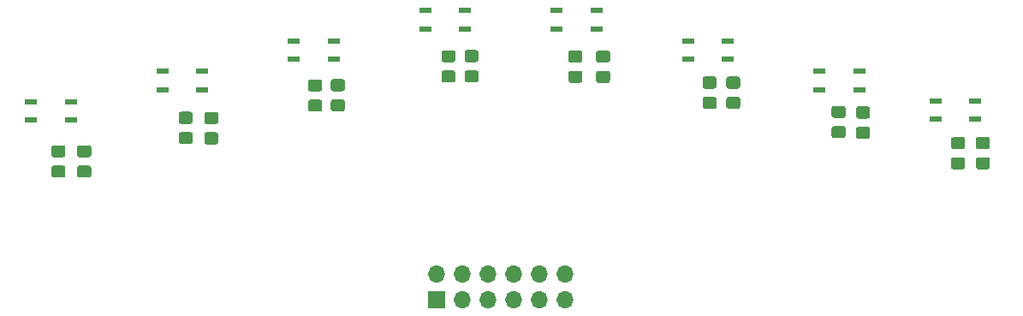
<source format=gbr>
%TF.GenerationSoftware,KiCad,Pcbnew,(5.1.9)-1*%
%TF.CreationDate,2021-05-13T01:41:10+02:00*%
%TF.ProjectId,CzujnikOdb,437a756a-6e69-46b4-9f64-622e6b696361,rev?*%
%TF.SameCoordinates,Original*%
%TF.FileFunction,Soldermask,Bot*%
%TF.FilePolarity,Negative*%
%FSLAX46Y46*%
G04 Gerber Fmt 4.6, Leading zero omitted, Abs format (unit mm)*
G04 Created by KiCad (PCBNEW (5.1.9)-1) date 2021-05-13 01:41:10*
%MOMM*%
%LPD*%
G01*
G04 APERTURE LIST*
%ADD10R,1.300000X0.600000*%
%ADD11R,1.700000X1.700000*%
%ADD12O,1.700000X1.700000*%
G04 APERTURE END LIST*
D10*
%TO.C,U8*%
X170435000Y-108345000D03*
X166505000Y-108345000D03*
X170435000Y-106545000D03*
X166505000Y-106545000D03*
%TD*%
%TO.C,U7*%
X158965000Y-105395000D03*
X155035000Y-105395000D03*
X158965000Y-103595000D03*
X155035000Y-103595000D03*
%TD*%
%TO.C,U6*%
X145965000Y-102395000D03*
X142035000Y-102395000D03*
X145965000Y-100595000D03*
X142035000Y-100595000D03*
%TD*%
%TO.C,U5*%
X132965000Y-99395000D03*
X129035000Y-99395000D03*
X132965000Y-97595000D03*
X129035000Y-97595000D03*
%TD*%
%TO.C,U4*%
X119965000Y-99395000D03*
X116035000Y-99395000D03*
X119965000Y-97595000D03*
X116035000Y-97595000D03*
%TD*%
%TO.C,U3*%
X106965000Y-102395000D03*
X103035000Y-102395000D03*
X106965000Y-100595000D03*
X103035000Y-100595000D03*
%TD*%
%TO.C,U2*%
X93965000Y-105395000D03*
X90035000Y-105395000D03*
X93965000Y-103595000D03*
X90035000Y-103595000D03*
%TD*%
%TO.C,U1*%
X80965000Y-108395000D03*
X77035000Y-108395000D03*
X80965000Y-106595000D03*
X77035000Y-106595000D03*
%TD*%
D11*
%TO.C,J1*%
X117120000Y-126190000D03*
D12*
X117120000Y-123650000D03*
X119660000Y-126190000D03*
X119660000Y-123650000D03*
X122200000Y-126190000D03*
X122200000Y-123650000D03*
X124740000Y-126190000D03*
X124740000Y-123650000D03*
X127280000Y-126190000D03*
X127280000Y-123650000D03*
X129820000Y-126190000D03*
X129820000Y-123650000D03*
%TD*%
%TO.C,R11*%
G36*
G01*
X134070001Y-102740000D02*
X133169999Y-102740000D01*
G75*
G02*
X132920000Y-102490001I0J249999D01*
G01*
X132920000Y-101789999D01*
G75*
G02*
X133169999Y-101540000I249999J0D01*
G01*
X134070001Y-101540000D01*
G75*
G02*
X134320000Y-101789999I0J-249999D01*
G01*
X134320000Y-102490001D01*
G75*
G02*
X134070001Y-102740000I-249999J0D01*
G01*
G37*
G36*
G01*
X134070001Y-104740000D02*
X133169999Y-104740000D01*
G75*
G02*
X132920000Y-104490001I0J249999D01*
G01*
X132920000Y-103789999D01*
G75*
G02*
X133169999Y-103540000I249999J0D01*
G01*
X134070001Y-103540000D01*
G75*
G02*
X134320000Y-103789999I0J-249999D01*
G01*
X134320000Y-104490001D01*
G75*
G02*
X134070001Y-104740000I-249999J0D01*
G01*
G37*
%TD*%
%TO.C,R9*%
G36*
G01*
X131330001Y-104730000D02*
X130429999Y-104730000D01*
G75*
G02*
X130180000Y-104480001I0J249999D01*
G01*
X130180000Y-103779999D01*
G75*
G02*
X130429999Y-103530000I249999J0D01*
G01*
X131330001Y-103530000D01*
G75*
G02*
X131580000Y-103779999I0J-249999D01*
G01*
X131580000Y-104480001D01*
G75*
G02*
X131330001Y-104730000I-249999J0D01*
G01*
G37*
G36*
G01*
X131330001Y-102730000D02*
X130429999Y-102730000D01*
G75*
G02*
X130180000Y-102480001I0J249999D01*
G01*
X130180000Y-101779999D01*
G75*
G02*
X130429999Y-101530000I249999J0D01*
G01*
X131330001Y-101530000D01*
G75*
G02*
X131580000Y-101779999I0J-249999D01*
G01*
X131580000Y-102480001D01*
G75*
G02*
X131330001Y-102730000I-249999J0D01*
G01*
G37*
%TD*%
%TO.C,R8*%
G36*
G01*
X121070001Y-102690000D02*
X120169999Y-102690000D01*
G75*
G02*
X119920000Y-102440001I0J249999D01*
G01*
X119920000Y-101739999D01*
G75*
G02*
X120169999Y-101490000I249999J0D01*
G01*
X121070001Y-101490000D01*
G75*
G02*
X121320000Y-101739999I0J-249999D01*
G01*
X121320000Y-102440001D01*
G75*
G02*
X121070001Y-102690000I-249999J0D01*
G01*
G37*
G36*
G01*
X121070001Y-104690000D02*
X120169999Y-104690000D01*
G75*
G02*
X119920000Y-104440001I0J249999D01*
G01*
X119920000Y-103739999D01*
G75*
G02*
X120169999Y-103490000I249999J0D01*
G01*
X121070001Y-103490000D01*
G75*
G02*
X121320000Y-103739999I0J-249999D01*
G01*
X121320000Y-104440001D01*
G75*
G02*
X121070001Y-104690000I-249999J0D01*
G01*
G37*
%TD*%
%TO.C,R6*%
G36*
G01*
X118780001Y-104710000D02*
X117879999Y-104710000D01*
G75*
G02*
X117630000Y-104460001I0J249999D01*
G01*
X117630000Y-103759999D01*
G75*
G02*
X117879999Y-103510000I249999J0D01*
G01*
X118780001Y-103510000D01*
G75*
G02*
X119030000Y-103759999I0J-249999D01*
G01*
X119030000Y-104460001D01*
G75*
G02*
X118780001Y-104710000I-249999J0D01*
G01*
G37*
G36*
G01*
X118780001Y-102710000D02*
X117879999Y-102710000D01*
G75*
G02*
X117630000Y-102460001I0J249999D01*
G01*
X117630000Y-101759999D01*
G75*
G02*
X117879999Y-101510000I249999J0D01*
G01*
X118780001Y-101510000D01*
G75*
G02*
X119030000Y-101759999I0J-249999D01*
G01*
X119030000Y-102460001D01*
G75*
G02*
X118780001Y-102710000I-249999J0D01*
G01*
G37*
%TD*%
%TO.C,R1*%
G36*
G01*
X80200001Y-114100000D02*
X79299999Y-114100000D01*
G75*
G02*
X79050000Y-113850001I0J249999D01*
G01*
X79050000Y-113149999D01*
G75*
G02*
X79299999Y-112900000I249999J0D01*
G01*
X80200001Y-112900000D01*
G75*
G02*
X80450000Y-113149999I0J-249999D01*
G01*
X80450000Y-113850001D01*
G75*
G02*
X80200001Y-114100000I-249999J0D01*
G01*
G37*
G36*
G01*
X80200001Y-112100000D02*
X79299999Y-112100000D01*
G75*
G02*
X79050000Y-111850001I0J249999D01*
G01*
X79050000Y-111149999D01*
G75*
G02*
X79299999Y-110900000I249999J0D01*
G01*
X80200001Y-110900000D01*
G75*
G02*
X80450000Y-111149999I0J-249999D01*
G01*
X80450000Y-111850001D01*
G75*
G02*
X80200001Y-112100000I-249999J0D01*
G01*
G37*
%TD*%
%TO.C,R2*%
G36*
G01*
X92790001Y-108790000D02*
X91889999Y-108790000D01*
G75*
G02*
X91640000Y-108540001I0J249999D01*
G01*
X91640000Y-107839999D01*
G75*
G02*
X91889999Y-107590000I249999J0D01*
G01*
X92790001Y-107590000D01*
G75*
G02*
X93040000Y-107839999I0J-249999D01*
G01*
X93040000Y-108540001D01*
G75*
G02*
X92790001Y-108790000I-249999J0D01*
G01*
G37*
G36*
G01*
X92790001Y-110790000D02*
X91889999Y-110790000D01*
G75*
G02*
X91640000Y-110540001I0J249999D01*
G01*
X91640000Y-109839999D01*
G75*
G02*
X91889999Y-109590000I249999J0D01*
G01*
X92790001Y-109590000D01*
G75*
G02*
X93040000Y-109839999I0J-249999D01*
G01*
X93040000Y-110540001D01*
G75*
G02*
X92790001Y-110790000I-249999J0D01*
G01*
G37*
%TD*%
%TO.C,R3*%
G36*
G01*
X82750001Y-112100000D02*
X81849999Y-112100000D01*
G75*
G02*
X81600000Y-111850001I0J249999D01*
G01*
X81600000Y-111149999D01*
G75*
G02*
X81849999Y-110900000I249999J0D01*
G01*
X82750001Y-110900000D01*
G75*
G02*
X83000000Y-111149999I0J-249999D01*
G01*
X83000000Y-111850001D01*
G75*
G02*
X82750001Y-112100000I-249999J0D01*
G01*
G37*
G36*
G01*
X82750001Y-114100000D02*
X81849999Y-114100000D01*
G75*
G02*
X81600000Y-113850001I0J249999D01*
G01*
X81600000Y-113149999D01*
G75*
G02*
X81849999Y-112900000I249999J0D01*
G01*
X82750001Y-112900000D01*
G75*
G02*
X83000000Y-113149999I0J-249999D01*
G01*
X83000000Y-113850001D01*
G75*
G02*
X82750001Y-114100000I-249999J0D01*
G01*
G37*
%TD*%
%TO.C,R4*%
G36*
G01*
X95330001Y-110820000D02*
X94429999Y-110820000D01*
G75*
G02*
X94180000Y-110570001I0J249999D01*
G01*
X94180000Y-109869999D01*
G75*
G02*
X94429999Y-109620000I249999J0D01*
G01*
X95330001Y-109620000D01*
G75*
G02*
X95580000Y-109869999I0J-249999D01*
G01*
X95580000Y-110570001D01*
G75*
G02*
X95330001Y-110820000I-249999J0D01*
G01*
G37*
G36*
G01*
X95330001Y-108820000D02*
X94429999Y-108820000D01*
G75*
G02*
X94180000Y-108570001I0J249999D01*
G01*
X94180000Y-107869999D01*
G75*
G02*
X94429999Y-107620000I249999J0D01*
G01*
X95330001Y-107620000D01*
G75*
G02*
X95580000Y-107869999I0J-249999D01*
G01*
X95580000Y-108570001D01*
G75*
G02*
X95330001Y-108820000I-249999J0D01*
G01*
G37*
%TD*%
%TO.C,R5*%
G36*
G01*
X105590001Y-105590000D02*
X104689999Y-105590000D01*
G75*
G02*
X104440000Y-105340001I0J249999D01*
G01*
X104440000Y-104639999D01*
G75*
G02*
X104689999Y-104390000I249999J0D01*
G01*
X105590001Y-104390000D01*
G75*
G02*
X105840000Y-104639999I0J-249999D01*
G01*
X105840000Y-105340001D01*
G75*
G02*
X105590001Y-105590000I-249999J0D01*
G01*
G37*
G36*
G01*
X105590001Y-107590000D02*
X104689999Y-107590000D01*
G75*
G02*
X104440000Y-107340001I0J249999D01*
G01*
X104440000Y-106639999D01*
G75*
G02*
X104689999Y-106390000I249999J0D01*
G01*
X105590001Y-106390000D01*
G75*
G02*
X105840000Y-106639999I0J-249999D01*
G01*
X105840000Y-107340001D01*
G75*
G02*
X105590001Y-107590000I-249999J0D01*
G01*
G37*
%TD*%
%TO.C,R7*%
G36*
G01*
X107840001Y-107570000D02*
X106939999Y-107570000D01*
G75*
G02*
X106690000Y-107320001I0J249999D01*
G01*
X106690000Y-106619999D01*
G75*
G02*
X106939999Y-106370000I249999J0D01*
G01*
X107840001Y-106370000D01*
G75*
G02*
X108090000Y-106619999I0J-249999D01*
G01*
X108090000Y-107320001D01*
G75*
G02*
X107840001Y-107570000I-249999J0D01*
G01*
G37*
G36*
G01*
X107840001Y-105570000D02*
X106939999Y-105570000D01*
G75*
G02*
X106690000Y-105320001I0J249999D01*
G01*
X106690000Y-104619999D01*
G75*
G02*
X106939999Y-104370000I249999J0D01*
G01*
X107840001Y-104370000D01*
G75*
G02*
X108090000Y-104619999I0J-249999D01*
G01*
X108090000Y-105320001D01*
G75*
G02*
X107840001Y-105570000I-249999J0D01*
G01*
G37*
%TD*%
%TO.C,R10*%
G36*
G01*
X144610001Y-105310000D02*
X143709999Y-105310000D01*
G75*
G02*
X143460000Y-105060001I0J249999D01*
G01*
X143460000Y-104359999D01*
G75*
G02*
X143709999Y-104110000I249999J0D01*
G01*
X144610001Y-104110000D01*
G75*
G02*
X144860000Y-104359999I0J-249999D01*
G01*
X144860000Y-105060001D01*
G75*
G02*
X144610001Y-105310000I-249999J0D01*
G01*
G37*
G36*
G01*
X144610001Y-107310000D02*
X143709999Y-107310000D01*
G75*
G02*
X143460000Y-107060001I0J249999D01*
G01*
X143460000Y-106359999D01*
G75*
G02*
X143709999Y-106110000I249999J0D01*
G01*
X144610001Y-106110000D01*
G75*
G02*
X144860000Y-106359999I0J-249999D01*
G01*
X144860000Y-107060001D01*
G75*
G02*
X144610001Y-107310000I-249999J0D01*
G01*
G37*
%TD*%
%TO.C,R12*%
G36*
G01*
X146950001Y-107310000D02*
X146049999Y-107310000D01*
G75*
G02*
X145800000Y-107060001I0J249999D01*
G01*
X145800000Y-106359999D01*
G75*
G02*
X146049999Y-106110000I249999J0D01*
G01*
X146950001Y-106110000D01*
G75*
G02*
X147200000Y-106359999I0J-249999D01*
G01*
X147200000Y-107060001D01*
G75*
G02*
X146950001Y-107310000I-249999J0D01*
G01*
G37*
G36*
G01*
X146950001Y-105310000D02*
X146049999Y-105310000D01*
G75*
G02*
X145800000Y-105060001I0J249999D01*
G01*
X145800000Y-104359999D01*
G75*
G02*
X146049999Y-104110000I249999J0D01*
G01*
X146950001Y-104110000D01*
G75*
G02*
X147200000Y-104359999I0J-249999D01*
G01*
X147200000Y-105060001D01*
G75*
G02*
X146950001Y-105310000I-249999J0D01*
G01*
G37*
%TD*%
%TO.C,R13*%
G36*
G01*
X157370001Y-110210000D02*
X156469999Y-110210000D01*
G75*
G02*
X156220000Y-109960001I0J249999D01*
G01*
X156220000Y-109259999D01*
G75*
G02*
X156469999Y-109010000I249999J0D01*
G01*
X157370001Y-109010000D01*
G75*
G02*
X157620000Y-109259999I0J-249999D01*
G01*
X157620000Y-109960001D01*
G75*
G02*
X157370001Y-110210000I-249999J0D01*
G01*
G37*
G36*
G01*
X157370001Y-108210000D02*
X156469999Y-108210000D01*
G75*
G02*
X156220000Y-107960001I0J249999D01*
G01*
X156220000Y-107259999D01*
G75*
G02*
X156469999Y-107010000I249999J0D01*
G01*
X157370001Y-107010000D01*
G75*
G02*
X157620000Y-107259999I0J-249999D01*
G01*
X157620000Y-107960001D01*
G75*
G02*
X157370001Y-108210000I-249999J0D01*
G01*
G37*
%TD*%
%TO.C,R14*%
G36*
G01*
X169170001Y-111290000D02*
X168269999Y-111290000D01*
G75*
G02*
X168020000Y-111040001I0J249999D01*
G01*
X168020000Y-110339999D01*
G75*
G02*
X168269999Y-110090000I249999J0D01*
G01*
X169170001Y-110090000D01*
G75*
G02*
X169420000Y-110339999I0J-249999D01*
G01*
X169420000Y-111040001D01*
G75*
G02*
X169170001Y-111290000I-249999J0D01*
G01*
G37*
G36*
G01*
X169170001Y-113290000D02*
X168269999Y-113290000D01*
G75*
G02*
X168020000Y-113040001I0J249999D01*
G01*
X168020000Y-112339999D01*
G75*
G02*
X168269999Y-112090000I249999J0D01*
G01*
X169170001Y-112090000D01*
G75*
G02*
X169420000Y-112339999I0J-249999D01*
G01*
X169420000Y-113040001D01*
G75*
G02*
X169170001Y-113290000I-249999J0D01*
G01*
G37*
%TD*%
%TO.C,R15*%
G36*
G01*
X159780001Y-108270000D02*
X158879999Y-108270000D01*
G75*
G02*
X158630000Y-108020001I0J249999D01*
G01*
X158630000Y-107319999D01*
G75*
G02*
X158879999Y-107070000I249999J0D01*
G01*
X159780001Y-107070000D01*
G75*
G02*
X160030000Y-107319999I0J-249999D01*
G01*
X160030000Y-108020001D01*
G75*
G02*
X159780001Y-108270000I-249999J0D01*
G01*
G37*
G36*
G01*
X159780001Y-110270000D02*
X158879999Y-110270000D01*
G75*
G02*
X158630000Y-110020001I0J249999D01*
G01*
X158630000Y-109319999D01*
G75*
G02*
X158879999Y-109070000I249999J0D01*
G01*
X159780001Y-109070000D01*
G75*
G02*
X160030000Y-109319999I0J-249999D01*
G01*
X160030000Y-110020001D01*
G75*
G02*
X159780001Y-110270000I-249999J0D01*
G01*
G37*
%TD*%
%TO.C,R16*%
G36*
G01*
X171630001Y-113280000D02*
X170729999Y-113280000D01*
G75*
G02*
X170480000Y-113030001I0J249999D01*
G01*
X170480000Y-112329999D01*
G75*
G02*
X170729999Y-112080000I249999J0D01*
G01*
X171630001Y-112080000D01*
G75*
G02*
X171880000Y-112329999I0J-249999D01*
G01*
X171880000Y-113030001D01*
G75*
G02*
X171630001Y-113280000I-249999J0D01*
G01*
G37*
G36*
G01*
X171630001Y-111280000D02*
X170729999Y-111280000D01*
G75*
G02*
X170480000Y-111030001I0J249999D01*
G01*
X170480000Y-110329999D01*
G75*
G02*
X170729999Y-110080000I249999J0D01*
G01*
X171630001Y-110080000D01*
G75*
G02*
X171880000Y-110329999I0J-249999D01*
G01*
X171880000Y-111030001D01*
G75*
G02*
X171630001Y-111280000I-249999J0D01*
G01*
G37*
%TD*%
M02*

</source>
